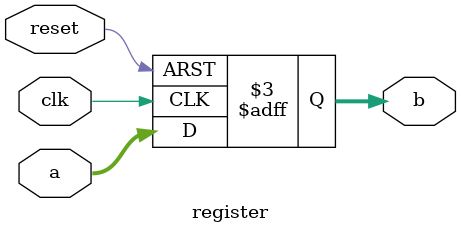
<source format=v>
`timescale 1ns / 1ps
module register(
    input [7:0] a,
    output reg [7:0] b,
    input clk,
	 input reset
    );
always @(posedge clk,negedge reset)
	if(!reset)
	b<=0;
	else
	b<=a;

endmodule

</source>
